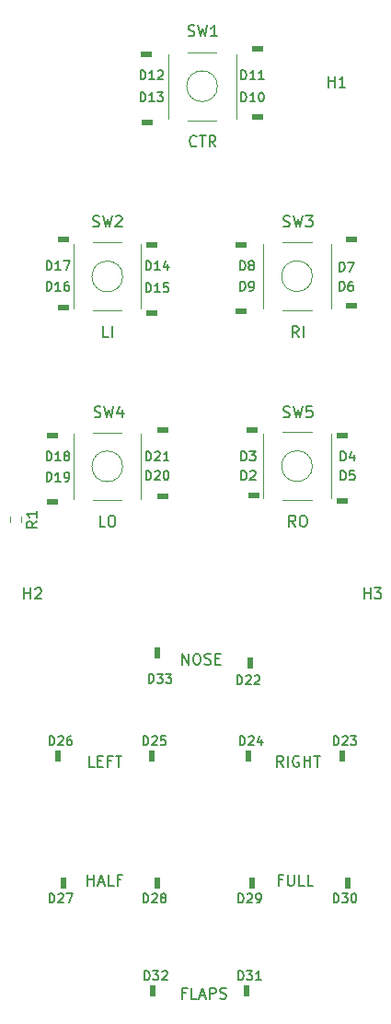
<source format=gbr>
%TF.GenerationSoftware,KiCad,Pcbnew,(5.1.9)-1*%
%TF.CreationDate,2021-09-19T09:11:26-06:00*%
%TF.ProjectId,jett_station_select,6a657474-5f73-4746-9174-696f6e5f7365,rev?*%
%TF.SameCoordinates,Original*%
%TF.FileFunction,Legend,Top*%
%TF.FilePolarity,Positive*%
%FSLAX46Y46*%
G04 Gerber Fmt 4.6, Leading zero omitted, Abs format (unit mm)*
G04 Created by KiCad (PCBNEW (5.1.9)-1) date 2021-09-19 09:11:26*
%MOMM*%
%LPD*%
G01*
G04 APERTURE LIST*
%ADD10C,0.150000*%
%ADD11C,0.120000*%
%ADD12C,0.100000*%
G04 APERTURE END LIST*
D10*
X148907708Y-142898820D02*
X148574375Y-142898820D01*
X148574375Y-143422629D02*
X148574375Y-142422629D01*
X149050565Y-142422629D01*
X149907708Y-143422629D02*
X149431517Y-143422629D01*
X149431517Y-142422629D01*
X150193422Y-143136915D02*
X150669613Y-143136915D01*
X150098184Y-143422629D02*
X150431517Y-142422629D01*
X150764851Y-143422629D01*
X151098184Y-143422629D02*
X151098184Y-142422629D01*
X151479136Y-142422629D01*
X151574375Y-142470249D01*
X151621994Y-142517868D01*
X151669613Y-142613106D01*
X151669613Y-142755963D01*
X151621994Y-142851201D01*
X151574375Y-142898820D01*
X151479136Y-142946439D01*
X151098184Y-142946439D01*
X152050565Y-143375010D02*
X152193422Y-143422629D01*
X152431517Y-143422629D01*
X152526755Y-143375010D01*
X152574375Y-143327391D01*
X152621994Y-143232153D01*
X152621994Y-143136915D01*
X152574375Y-143041677D01*
X152526755Y-142994058D01*
X152431517Y-142946439D01*
X152241041Y-142898820D01*
X152145803Y-142851201D01*
X152098184Y-142803582D01*
X152050565Y-142708344D01*
X152050565Y-142613106D01*
X152098184Y-142517868D01*
X152145803Y-142470249D01*
X152241041Y-142422629D01*
X152479136Y-142422629D01*
X152621994Y-142470249D01*
X157765898Y-132484820D02*
X157432565Y-132484820D01*
X157432565Y-133008629D02*
X157432565Y-132008629D01*
X157908755Y-132008629D01*
X158289708Y-132008629D02*
X158289708Y-132818153D01*
X158337327Y-132913391D01*
X158384946Y-132961010D01*
X158480184Y-133008629D01*
X158670660Y-133008629D01*
X158765898Y-132961010D01*
X158813517Y-132913391D01*
X158861136Y-132818153D01*
X158861136Y-132008629D01*
X159813517Y-133008629D02*
X159337327Y-133008629D01*
X159337327Y-132008629D01*
X160623041Y-133008629D02*
X160146851Y-133008629D01*
X160146851Y-132008629D01*
X139882755Y-133008629D02*
X139882755Y-132008629D01*
X139882755Y-132484820D02*
X140454184Y-132484820D01*
X140454184Y-133008629D02*
X140454184Y-132008629D01*
X140882755Y-132722915D02*
X141358946Y-132722915D01*
X140787517Y-133008629D02*
X141120851Y-132008629D01*
X141454184Y-133008629D01*
X142263708Y-133008629D02*
X141787517Y-133008629D01*
X141787517Y-132008629D01*
X142930375Y-132484820D02*
X142597041Y-132484820D01*
X142597041Y-133008629D02*
X142597041Y-132008629D01*
X143073232Y-132008629D01*
X157877041Y-122086629D02*
X157543708Y-121610439D01*
X157305613Y-122086629D02*
X157305613Y-121086629D01*
X157686565Y-121086629D01*
X157781803Y-121134249D01*
X157829422Y-121181868D01*
X157877041Y-121277106D01*
X157877041Y-121419963D01*
X157829422Y-121515201D01*
X157781803Y-121562820D01*
X157686565Y-121610439D01*
X157305613Y-121610439D01*
X158305613Y-122086629D02*
X158305613Y-121086629D01*
X159305613Y-121134249D02*
X159210375Y-121086629D01*
X159067517Y-121086629D01*
X158924660Y-121134249D01*
X158829422Y-121229487D01*
X158781803Y-121324725D01*
X158734184Y-121515201D01*
X158734184Y-121658058D01*
X158781803Y-121848534D01*
X158829422Y-121943772D01*
X158924660Y-122039010D01*
X159067517Y-122086629D01*
X159162755Y-122086629D01*
X159305613Y-122039010D01*
X159353232Y-121991391D01*
X159353232Y-121658058D01*
X159162755Y-121658058D01*
X159781803Y-122086629D02*
X159781803Y-121086629D01*
X159781803Y-121562820D02*
X160353232Y-121562820D01*
X160353232Y-122086629D02*
X160353232Y-121086629D01*
X160686565Y-121086629D02*
X161257994Y-121086629D01*
X160972279Y-122086629D02*
X160972279Y-121086629D01*
X140477994Y-122086629D02*
X140001803Y-122086629D01*
X140001803Y-121086629D01*
X140811327Y-121562820D02*
X141144660Y-121562820D01*
X141287517Y-122086629D02*
X140811327Y-122086629D01*
X140811327Y-121086629D01*
X141287517Y-121086629D01*
X142049422Y-121562820D02*
X141716089Y-121562820D01*
X141716089Y-122086629D02*
X141716089Y-121086629D01*
X142192279Y-121086629D01*
X142430375Y-121086629D02*
X143001803Y-121086629D01*
X142716089Y-122086629D02*
X142716089Y-121086629D01*
X148582279Y-112688629D02*
X148582279Y-111688629D01*
X149153708Y-112688629D01*
X149153708Y-111688629D01*
X149820375Y-111688629D02*
X150010851Y-111688629D01*
X150106089Y-111736249D01*
X150201327Y-111831487D01*
X150248946Y-112021963D01*
X150248946Y-112355296D01*
X150201327Y-112545772D01*
X150106089Y-112641010D01*
X150010851Y-112688629D01*
X149820375Y-112688629D01*
X149725136Y-112641010D01*
X149629898Y-112545772D01*
X149582279Y-112355296D01*
X149582279Y-112021963D01*
X149629898Y-111831487D01*
X149725136Y-111736249D01*
X149820375Y-111688629D01*
X150629898Y-112641010D02*
X150772755Y-112688629D01*
X151010851Y-112688629D01*
X151106089Y-112641010D01*
X151153708Y-112593391D01*
X151201327Y-112498153D01*
X151201327Y-112402915D01*
X151153708Y-112307677D01*
X151106089Y-112260058D01*
X151010851Y-112212439D01*
X150820375Y-112164820D01*
X150725136Y-112117201D01*
X150677517Y-112069582D01*
X150629898Y-111974344D01*
X150629898Y-111879106D01*
X150677517Y-111783868D01*
X150725136Y-111736249D01*
X150820375Y-111688629D01*
X151058470Y-111688629D01*
X151201327Y-111736249D01*
X151629898Y-112164820D02*
X151963232Y-112164820D01*
X152106089Y-112688629D02*
X151629898Y-112688629D01*
X151629898Y-111688629D01*
X152106089Y-111688629D01*
D11*
%TO.C,SW5*%
X160540964Y-94444749D02*
G75*
G03*
X160540964Y-94444749I-1414214J0D01*
G01*
X162246750Y-97414749D02*
X162246750Y-91474749D01*
X156006750Y-97414749D02*
X156006750Y-91474749D01*
X160466750Y-97564749D02*
X157786750Y-97564749D01*
X157786750Y-91324749D02*
X160466750Y-91324749D01*
%TO.C,SW4*%
X143086964Y-94467749D02*
G75*
G03*
X143086964Y-94467749I-1414214J0D01*
G01*
X138552750Y-91497749D02*
X138552750Y-97437749D01*
X144792750Y-91497749D02*
X144792750Y-97437749D01*
X140332750Y-91347749D02*
X143012750Y-91347749D01*
X143012750Y-97587749D02*
X140332750Y-97587749D01*
%TO.C,SW3*%
X160540964Y-76982250D02*
G75*
G03*
X160540964Y-76982250I-1414214J0D01*
G01*
X162246750Y-79952250D02*
X162246750Y-74012250D01*
X156006750Y-79952250D02*
X156006750Y-74012250D01*
X160466750Y-80102250D02*
X157786750Y-80102250D01*
X157786750Y-73862250D02*
X160466750Y-73862250D01*
%TO.C,SW2*%
X143086964Y-77005250D02*
G75*
G03*
X143086964Y-77005250I-1414214J0D01*
G01*
X138552750Y-74035250D02*
X138552750Y-79975250D01*
X144792750Y-74035250D02*
X144792750Y-79975250D01*
X140332750Y-73885250D02*
X143012750Y-73885250D01*
X143012750Y-80125250D02*
X140332750Y-80125250D01*
%TO.C,SW1*%
X151809714Y-59519749D02*
G75*
G03*
X151809714Y-59519749I-1414214J0D01*
G01*
X153515500Y-62489749D02*
X153515500Y-56549749D01*
X147275500Y-62489749D02*
X147275500Y-56549749D01*
X151735500Y-62639749D02*
X149055500Y-62639749D01*
X149055500Y-56399749D02*
X151735500Y-56399749D01*
%TO.C,R1*%
X132716375Y-99583007D02*
X132716375Y-99108491D01*
X133761375Y-99583007D02*
X133761375Y-99108491D01*
D12*
%TO.C,D33*%
G36*
X146510375Y-112109249D02*
G01*
X146010375Y-112109249D01*
X146010375Y-111109249D01*
X146510375Y-111109249D01*
X146510375Y-112109249D01*
G37*
%TO.C,D32*%
G36*
X146129375Y-143224249D02*
G01*
X145629375Y-143224249D01*
X145629375Y-142224249D01*
X146129375Y-142224249D01*
X146129375Y-143224249D01*
G37*
%TO.C,D31*%
G36*
X154765375Y-143224249D02*
G01*
X154265375Y-143224249D01*
X154265375Y-142224249D01*
X154765375Y-142224249D01*
X154765375Y-143224249D01*
G37*
%TO.C,D30*%
G36*
X163528375Y-132302249D02*
G01*
X164028375Y-132302249D01*
X164028375Y-133302249D01*
X163528375Y-133302249D01*
X163528375Y-132302249D01*
G37*
%TO.C,D29*%
G36*
X154765375Y-132302249D02*
G01*
X155265375Y-132302249D01*
X155265375Y-133302249D01*
X154765375Y-133302249D01*
X154765375Y-132302249D01*
G37*
%TO.C,D28*%
G36*
X146002375Y-132302249D02*
G01*
X146502375Y-132302249D01*
X146502375Y-133302249D01*
X146002375Y-133302249D01*
X146002375Y-132302249D01*
G37*
%TO.C,D27*%
G36*
X137366375Y-132302249D02*
G01*
X137866375Y-132302249D01*
X137866375Y-133302249D01*
X137366375Y-133302249D01*
X137366375Y-132302249D01*
G37*
%TO.C,D26*%
G36*
X137366375Y-121634249D02*
G01*
X136866375Y-121634249D01*
X136866375Y-120634249D01*
X137366375Y-120634249D01*
X137366375Y-121634249D01*
G37*
%TO.C,D25*%
G36*
X146002375Y-121634249D02*
G01*
X145502375Y-121634249D01*
X145502375Y-120634249D01*
X146002375Y-120634249D01*
X146002375Y-121634249D01*
G37*
%TO.C,D24*%
G36*
X154892375Y-121634249D02*
G01*
X154392375Y-121634249D01*
X154392375Y-120634249D01*
X154892375Y-120634249D01*
X154892375Y-121634249D01*
G37*
%TO.C,D23*%
G36*
X163528375Y-121634249D02*
G01*
X163028375Y-121634249D01*
X163028375Y-120634249D01*
X163528375Y-120634249D01*
X163528375Y-121634249D01*
G37*
%TO.C,D22*%
G36*
X154568375Y-112076249D02*
G01*
X155068375Y-112076249D01*
X155068375Y-113076249D01*
X154568375Y-113076249D01*
X154568375Y-112076249D01*
G37*
%TO.C,D21*%
G36*
X146256375Y-91408249D02*
G01*
X146256375Y-90908249D01*
X147256375Y-90908249D01*
X147256375Y-91408249D01*
X146256375Y-91408249D01*
G37*
%TO.C,D20*%
G36*
X146256375Y-97504249D02*
G01*
X146256375Y-97004249D01*
X147256375Y-97004249D01*
X147256375Y-97504249D01*
X146256375Y-97504249D01*
G37*
%TO.C,D19*%
G36*
X137112375Y-97504249D02*
G01*
X137112375Y-98004249D01*
X136112375Y-98004249D01*
X136112375Y-97504249D01*
X137112375Y-97504249D01*
G37*
%TO.C,D18*%
G36*
X137112375Y-91408249D02*
G01*
X137112375Y-91908249D01*
X136112375Y-91908249D01*
X136112375Y-91408249D01*
X137112375Y-91408249D01*
G37*
%TO.C,D17*%
G36*
X137112375Y-73882249D02*
G01*
X137112375Y-73382249D01*
X138112375Y-73382249D01*
X138112375Y-73882249D01*
X137112375Y-73882249D01*
G37*
%TO.C,D16*%
G36*
X137112375Y-80105249D02*
G01*
X137112375Y-79605249D01*
X138112375Y-79605249D01*
X138112375Y-80105249D01*
X137112375Y-80105249D01*
G37*
%TO.C,D15*%
G36*
X146256375Y-80105249D02*
G01*
X146256375Y-80605249D01*
X145256375Y-80605249D01*
X145256375Y-80105249D01*
X146256375Y-80105249D01*
G37*
%TO.C,D14*%
G36*
X146256375Y-73882249D02*
G01*
X146256375Y-74382249D01*
X145256375Y-74382249D01*
X145256375Y-73882249D01*
X146256375Y-73882249D01*
G37*
%TO.C,D13*%
G36*
X145875375Y-62579249D02*
G01*
X145875375Y-63079249D01*
X144875375Y-63079249D01*
X144875375Y-62579249D01*
X145875375Y-62579249D01*
G37*
%TO.C,D12*%
G36*
X145748375Y-56356249D02*
G01*
X145748375Y-56856249D01*
X144748375Y-56856249D01*
X144748375Y-56356249D01*
X145748375Y-56356249D01*
G37*
%TO.C,D11*%
G36*
X155019375Y-56356249D02*
G01*
X155019375Y-55856249D01*
X156019375Y-55856249D01*
X156019375Y-56356249D01*
X155019375Y-56356249D01*
G37*
%TO.C,D10*%
G36*
X155019375Y-62579249D02*
G01*
X155019375Y-62079249D01*
X156019375Y-62079249D01*
X156019375Y-62579249D01*
X155019375Y-62579249D01*
G37*
%TO.C,D9*%
G36*
X154511375Y-79978249D02*
G01*
X154511375Y-80478249D01*
X153511375Y-80478249D01*
X153511375Y-79978249D01*
X154511375Y-79978249D01*
G37*
%TO.C,D8*%
G36*
X154511375Y-73882249D02*
G01*
X154511375Y-74382249D01*
X153511375Y-74382249D01*
X153511375Y-73882249D01*
X154511375Y-73882249D01*
G37*
%TO.C,D7*%
G36*
X163655375Y-73882249D02*
G01*
X163655375Y-73382249D01*
X164655375Y-73382249D01*
X164655375Y-73882249D01*
X163655375Y-73882249D01*
G37*
%TO.C,D6*%
G36*
X163655375Y-79978249D02*
G01*
X163655375Y-79478249D01*
X164655375Y-79478249D01*
X164655375Y-79978249D01*
X163655375Y-79978249D01*
G37*
%TO.C,D5*%
G36*
X163782375Y-97377249D02*
G01*
X163782375Y-97877249D01*
X162782375Y-97877249D01*
X162782375Y-97377249D01*
X163782375Y-97377249D01*
G37*
%TO.C,D4*%
G36*
X163782375Y-91408249D02*
G01*
X163782375Y-91908249D01*
X162782375Y-91908249D01*
X162782375Y-91408249D01*
X163782375Y-91408249D01*
G37*
%TO.C,D3*%
G36*
X154511375Y-91408249D02*
G01*
X154511375Y-90908249D01*
X155511375Y-90908249D01*
X155511375Y-91408249D01*
X154511375Y-91408249D01*
G37*
%TO.C,D2*%
G36*
X154638375Y-97377249D02*
G01*
X154638375Y-96877249D01*
X155638375Y-96877249D01*
X155638375Y-97377249D01*
X154638375Y-97377249D01*
G37*
%TO.C,SW5*%
D10*
X157877041Y-89908010D02*
X158019898Y-89955629D01*
X158257994Y-89955629D01*
X158353232Y-89908010D01*
X158400851Y-89860391D01*
X158448470Y-89765153D01*
X158448470Y-89669915D01*
X158400851Y-89574677D01*
X158353232Y-89527058D01*
X158257994Y-89479439D01*
X158067517Y-89431820D01*
X157972279Y-89384201D01*
X157924660Y-89336582D01*
X157877041Y-89241344D01*
X157877041Y-89146106D01*
X157924660Y-89050868D01*
X157972279Y-89003249D01*
X158067517Y-88955629D01*
X158305613Y-88955629D01*
X158448470Y-89003249D01*
X158781803Y-88955629D02*
X159019898Y-89955629D01*
X159210375Y-89241344D01*
X159400851Y-89955629D01*
X159638946Y-88955629D01*
X160496089Y-88955629D02*
X160019898Y-88955629D01*
X159972279Y-89431820D01*
X160019898Y-89384201D01*
X160115136Y-89336582D01*
X160353232Y-89336582D01*
X160448470Y-89384201D01*
X160496089Y-89431820D01*
X160543708Y-89527058D01*
X160543708Y-89765153D01*
X160496089Y-89860391D01*
X160448470Y-89908010D01*
X160353232Y-89955629D01*
X160115136Y-89955629D01*
X160019898Y-89908010D01*
X159972279Y-89860391D01*
X158996089Y-99988629D02*
X158662755Y-99512439D01*
X158424660Y-99988629D02*
X158424660Y-98988629D01*
X158805613Y-98988629D01*
X158900851Y-99036249D01*
X158948470Y-99083868D01*
X158996089Y-99179106D01*
X158996089Y-99321963D01*
X158948470Y-99417201D01*
X158900851Y-99464820D01*
X158805613Y-99512439D01*
X158424660Y-99512439D01*
X159615136Y-98988629D02*
X159805613Y-98988629D01*
X159900851Y-99036249D01*
X159996089Y-99131487D01*
X160043708Y-99321963D01*
X160043708Y-99655296D01*
X159996089Y-99845772D01*
X159900851Y-99941010D01*
X159805613Y-99988629D01*
X159615136Y-99988629D01*
X159519898Y-99941010D01*
X159424660Y-99845772D01*
X159377041Y-99655296D01*
X159377041Y-99321963D01*
X159424660Y-99131487D01*
X159519898Y-99036249D01*
X159615136Y-98988629D01*
%TO.C,SW4*%
X140478041Y-89908010D02*
X140620898Y-89955629D01*
X140858994Y-89955629D01*
X140954232Y-89908010D01*
X141001851Y-89860391D01*
X141049470Y-89765153D01*
X141049470Y-89669915D01*
X141001851Y-89574677D01*
X140954232Y-89527058D01*
X140858994Y-89479439D01*
X140668517Y-89431820D01*
X140573279Y-89384201D01*
X140525660Y-89336582D01*
X140478041Y-89241344D01*
X140478041Y-89146106D01*
X140525660Y-89050868D01*
X140573279Y-89003249D01*
X140668517Y-88955629D01*
X140906613Y-88955629D01*
X141049470Y-89003249D01*
X141382803Y-88955629D02*
X141620898Y-89955629D01*
X141811375Y-89241344D01*
X142001851Y-89955629D01*
X142239946Y-88955629D01*
X143049470Y-89288963D02*
X143049470Y-89955629D01*
X142811375Y-88908010D02*
X142573279Y-89622296D01*
X143192327Y-89622296D01*
X141470089Y-99988629D02*
X140993898Y-99988629D01*
X140993898Y-98988629D01*
X141993898Y-98988629D02*
X142184375Y-98988629D01*
X142279613Y-99036249D01*
X142374851Y-99131487D01*
X142422470Y-99321963D01*
X142422470Y-99655296D01*
X142374851Y-99845772D01*
X142279613Y-99941010D01*
X142184375Y-99988629D01*
X141993898Y-99988629D01*
X141898660Y-99941010D01*
X141803422Y-99845772D01*
X141755803Y-99655296D01*
X141755803Y-99321963D01*
X141803422Y-99131487D01*
X141898660Y-99036249D01*
X141993898Y-98988629D01*
%TO.C,SW3*%
X157877041Y-72382010D02*
X158019898Y-72429629D01*
X158257994Y-72429629D01*
X158353232Y-72382010D01*
X158400851Y-72334391D01*
X158448470Y-72239153D01*
X158448470Y-72143915D01*
X158400851Y-72048677D01*
X158353232Y-72001058D01*
X158257994Y-71953439D01*
X158067517Y-71905820D01*
X157972279Y-71858201D01*
X157924660Y-71810582D01*
X157877041Y-71715344D01*
X157877041Y-71620106D01*
X157924660Y-71524868D01*
X157972279Y-71477249D01*
X158067517Y-71429629D01*
X158305613Y-71429629D01*
X158448470Y-71477249D01*
X158781803Y-71429629D02*
X159019898Y-72429629D01*
X159210375Y-71715344D01*
X159400851Y-72429629D01*
X159638946Y-71429629D01*
X159924660Y-71429629D02*
X160543708Y-71429629D01*
X160210375Y-71810582D01*
X160353232Y-71810582D01*
X160448470Y-71858201D01*
X160496089Y-71905820D01*
X160543708Y-72001058D01*
X160543708Y-72239153D01*
X160496089Y-72334391D01*
X160448470Y-72382010D01*
X160353232Y-72429629D01*
X160067517Y-72429629D01*
X159972279Y-72382010D01*
X159924660Y-72334391D01*
X159281803Y-82589629D02*
X158948470Y-82113439D01*
X158710375Y-82589629D02*
X158710375Y-81589629D01*
X159091327Y-81589629D01*
X159186565Y-81637249D01*
X159234184Y-81684868D01*
X159281803Y-81780106D01*
X159281803Y-81922963D01*
X159234184Y-82018201D01*
X159186565Y-82065820D01*
X159091327Y-82113439D01*
X158710375Y-82113439D01*
X159710375Y-82589629D02*
X159710375Y-81589629D01*
%TO.C,SW2*%
X140351041Y-72382010D02*
X140493898Y-72429629D01*
X140731994Y-72429629D01*
X140827232Y-72382010D01*
X140874851Y-72334391D01*
X140922470Y-72239153D01*
X140922470Y-72143915D01*
X140874851Y-72048677D01*
X140827232Y-72001058D01*
X140731994Y-71953439D01*
X140541517Y-71905820D01*
X140446279Y-71858201D01*
X140398660Y-71810582D01*
X140351041Y-71715344D01*
X140351041Y-71620106D01*
X140398660Y-71524868D01*
X140446279Y-71477249D01*
X140541517Y-71429629D01*
X140779613Y-71429629D01*
X140922470Y-71477249D01*
X141255803Y-71429629D02*
X141493898Y-72429629D01*
X141684375Y-71715344D01*
X141874851Y-72429629D01*
X142112946Y-71429629D01*
X142446279Y-71524868D02*
X142493898Y-71477249D01*
X142589136Y-71429629D01*
X142827232Y-71429629D01*
X142922470Y-71477249D01*
X142970089Y-71524868D01*
X143017708Y-71620106D01*
X143017708Y-71715344D01*
X142970089Y-71858201D01*
X142398660Y-72429629D01*
X143017708Y-72429629D01*
X141755803Y-82589629D02*
X141279613Y-82589629D01*
X141279613Y-81589629D01*
X142089136Y-82589629D02*
X142089136Y-81589629D01*
%TO.C,SW1*%
X149114041Y-54856010D02*
X149256898Y-54903629D01*
X149494994Y-54903629D01*
X149590232Y-54856010D01*
X149637851Y-54808391D01*
X149685470Y-54713153D01*
X149685470Y-54617915D01*
X149637851Y-54522677D01*
X149590232Y-54475058D01*
X149494994Y-54427439D01*
X149304517Y-54379820D01*
X149209279Y-54332201D01*
X149161660Y-54284582D01*
X149114041Y-54189344D01*
X149114041Y-54094106D01*
X149161660Y-53998868D01*
X149209279Y-53951249D01*
X149304517Y-53903629D01*
X149542613Y-53903629D01*
X149685470Y-53951249D01*
X150018803Y-53903629D02*
X150256898Y-54903629D01*
X150447375Y-54189344D01*
X150637851Y-54903629D01*
X150875946Y-53903629D01*
X151780708Y-54903629D02*
X151209279Y-54903629D01*
X151494994Y-54903629D02*
X151494994Y-53903629D01*
X151399755Y-54046487D01*
X151304517Y-54141725D01*
X151209279Y-54189344D01*
X149875946Y-64968391D02*
X149828327Y-65016010D01*
X149685470Y-65063629D01*
X149590232Y-65063629D01*
X149447375Y-65016010D01*
X149352136Y-64920772D01*
X149304517Y-64825534D01*
X149256898Y-64635058D01*
X149256898Y-64492201D01*
X149304517Y-64301725D01*
X149352136Y-64206487D01*
X149447375Y-64111249D01*
X149590232Y-64063629D01*
X149685470Y-64063629D01*
X149828327Y-64111249D01*
X149875946Y-64158868D01*
X150161660Y-64063629D02*
X150733089Y-64063629D01*
X150447375Y-65063629D02*
X150447375Y-64063629D01*
X151637851Y-65063629D02*
X151304517Y-64587439D01*
X151066422Y-65063629D02*
X151066422Y-64063629D01*
X151447375Y-64063629D01*
X151542613Y-64111249D01*
X151590232Y-64158868D01*
X151637851Y-64254106D01*
X151637851Y-64396963D01*
X151590232Y-64492201D01*
X151542613Y-64539820D01*
X151447375Y-64587439D01*
X151066422Y-64587439D01*
%TO.C,R1*%
X135215255Y-99512415D02*
X134739065Y-99845749D01*
X135215255Y-100083844D02*
X134215255Y-100083844D01*
X134215255Y-99702891D01*
X134262875Y-99607653D01*
X134310494Y-99560034D01*
X134405732Y-99512415D01*
X134548589Y-99512415D01*
X134643827Y-99560034D01*
X134691446Y-99607653D01*
X134739065Y-99702891D01*
X134739065Y-100083844D01*
X135215255Y-98560034D02*
X135215255Y-99131463D01*
X135215255Y-98845749D02*
X134215255Y-98845749D01*
X134358113Y-98940987D01*
X134453351Y-99036225D01*
X134500970Y-99131463D01*
%TO.C,H3*%
X165306470Y-106648629D02*
X165306470Y-105648629D01*
X165306470Y-106124820D02*
X165877898Y-106124820D01*
X165877898Y-106648629D02*
X165877898Y-105648629D01*
X166258851Y-105648629D02*
X166877898Y-105648629D01*
X166544565Y-106029582D01*
X166687422Y-106029582D01*
X166782660Y-106077201D01*
X166830279Y-106124820D01*
X166877898Y-106220058D01*
X166877898Y-106458153D01*
X166830279Y-106553391D01*
X166782660Y-106601010D01*
X166687422Y-106648629D01*
X166401708Y-106648629D01*
X166306470Y-106601010D01*
X166258851Y-106553391D01*
%TO.C,H2*%
X134032720Y-106648629D02*
X134032720Y-105648629D01*
X134032720Y-106124820D02*
X134604148Y-106124820D01*
X134604148Y-106648629D02*
X134604148Y-105648629D01*
X135032720Y-105743868D02*
X135080339Y-105696249D01*
X135175577Y-105648629D01*
X135413672Y-105648629D01*
X135508910Y-105696249D01*
X135556529Y-105743868D01*
X135604148Y-105839106D01*
X135604148Y-105934344D01*
X135556529Y-106077201D01*
X134985101Y-106648629D01*
X135604148Y-106648629D01*
%TO.C,H1*%
X162004470Y-59602629D02*
X162004470Y-58602629D01*
X162004470Y-59078820D02*
X162575898Y-59078820D01*
X162575898Y-59602629D02*
X162575898Y-58602629D01*
X163575898Y-59602629D02*
X163004470Y-59602629D01*
X163290184Y-59602629D02*
X163290184Y-58602629D01*
X163194946Y-58745487D01*
X163099708Y-58840725D01*
X163004470Y-58888344D01*
%TO.C,D33*%
X145478232Y-114398772D02*
X145478232Y-113548772D01*
X145680613Y-113548772D01*
X145802041Y-113589249D01*
X145882994Y-113670201D01*
X145923470Y-113751153D01*
X145963946Y-113913058D01*
X145963946Y-114034487D01*
X145923470Y-114196391D01*
X145882994Y-114277344D01*
X145802041Y-114358296D01*
X145680613Y-114398772D01*
X145478232Y-114398772D01*
X146247279Y-113548772D02*
X146773470Y-113548772D01*
X146490136Y-113872582D01*
X146611565Y-113872582D01*
X146692517Y-113913058D01*
X146732994Y-113953534D01*
X146773470Y-114034487D01*
X146773470Y-114236868D01*
X146732994Y-114317820D01*
X146692517Y-114358296D01*
X146611565Y-114398772D01*
X146368708Y-114398772D01*
X146287755Y-114358296D01*
X146247279Y-114317820D01*
X147056803Y-113548772D02*
X147582994Y-113548772D01*
X147299660Y-113872582D01*
X147421089Y-113872582D01*
X147502041Y-113913058D01*
X147542517Y-113953534D01*
X147582994Y-114034487D01*
X147582994Y-114236868D01*
X147542517Y-114317820D01*
X147502041Y-114358296D01*
X147421089Y-114398772D01*
X147178232Y-114398772D01*
X147097279Y-114358296D01*
X147056803Y-114317820D01*
%TO.C,D32*%
X145097232Y-141703772D02*
X145097232Y-140853772D01*
X145299613Y-140853772D01*
X145421041Y-140894249D01*
X145501994Y-140975201D01*
X145542470Y-141056153D01*
X145582946Y-141218058D01*
X145582946Y-141339487D01*
X145542470Y-141501391D01*
X145501994Y-141582344D01*
X145421041Y-141663296D01*
X145299613Y-141703772D01*
X145097232Y-141703772D01*
X145866279Y-140853772D02*
X146392470Y-140853772D01*
X146109136Y-141177582D01*
X146230565Y-141177582D01*
X146311517Y-141218058D01*
X146351994Y-141258534D01*
X146392470Y-141339487D01*
X146392470Y-141541868D01*
X146351994Y-141622820D01*
X146311517Y-141663296D01*
X146230565Y-141703772D01*
X145987708Y-141703772D01*
X145906755Y-141663296D01*
X145866279Y-141622820D01*
X146716279Y-140934725D02*
X146756755Y-140894249D01*
X146837708Y-140853772D01*
X147040089Y-140853772D01*
X147121041Y-140894249D01*
X147161517Y-140934725D01*
X147201994Y-141015677D01*
X147201994Y-141096629D01*
X147161517Y-141218058D01*
X146675803Y-141703772D01*
X147201994Y-141703772D01*
%TO.C,D31*%
X153733232Y-141703772D02*
X153733232Y-140853772D01*
X153935613Y-140853772D01*
X154057041Y-140894249D01*
X154137994Y-140975201D01*
X154178470Y-141056153D01*
X154218946Y-141218058D01*
X154218946Y-141339487D01*
X154178470Y-141501391D01*
X154137994Y-141582344D01*
X154057041Y-141663296D01*
X153935613Y-141703772D01*
X153733232Y-141703772D01*
X154502279Y-140853772D02*
X155028470Y-140853772D01*
X154745136Y-141177582D01*
X154866565Y-141177582D01*
X154947517Y-141218058D01*
X154987994Y-141258534D01*
X155028470Y-141339487D01*
X155028470Y-141541868D01*
X154987994Y-141622820D01*
X154947517Y-141663296D01*
X154866565Y-141703772D01*
X154623708Y-141703772D01*
X154542755Y-141663296D01*
X154502279Y-141622820D01*
X155837994Y-141703772D02*
X155352279Y-141703772D01*
X155595136Y-141703772D02*
X155595136Y-140853772D01*
X155514184Y-140975201D01*
X155433232Y-141056153D01*
X155352279Y-141096629D01*
%TO.C,D30*%
X162496232Y-134591772D02*
X162496232Y-133741772D01*
X162698613Y-133741772D01*
X162820041Y-133782249D01*
X162900994Y-133863201D01*
X162941470Y-133944153D01*
X162981946Y-134106058D01*
X162981946Y-134227487D01*
X162941470Y-134389391D01*
X162900994Y-134470344D01*
X162820041Y-134551296D01*
X162698613Y-134591772D01*
X162496232Y-134591772D01*
X163265279Y-133741772D02*
X163791470Y-133741772D01*
X163508136Y-134065582D01*
X163629565Y-134065582D01*
X163710517Y-134106058D01*
X163750994Y-134146534D01*
X163791470Y-134227487D01*
X163791470Y-134429868D01*
X163750994Y-134510820D01*
X163710517Y-134551296D01*
X163629565Y-134591772D01*
X163386708Y-134591772D01*
X163305755Y-134551296D01*
X163265279Y-134510820D01*
X164317660Y-133741772D02*
X164398613Y-133741772D01*
X164479565Y-133782249D01*
X164520041Y-133822725D01*
X164560517Y-133903677D01*
X164600994Y-134065582D01*
X164600994Y-134267963D01*
X164560517Y-134429868D01*
X164520041Y-134510820D01*
X164479565Y-134551296D01*
X164398613Y-134591772D01*
X164317660Y-134591772D01*
X164236708Y-134551296D01*
X164196232Y-134510820D01*
X164155755Y-134429868D01*
X164115279Y-134267963D01*
X164115279Y-134065582D01*
X164155755Y-133903677D01*
X164196232Y-133822725D01*
X164236708Y-133782249D01*
X164317660Y-133741772D01*
%TO.C,D29*%
X153733232Y-134591772D02*
X153733232Y-133741772D01*
X153935613Y-133741772D01*
X154057041Y-133782249D01*
X154137994Y-133863201D01*
X154178470Y-133944153D01*
X154218946Y-134106058D01*
X154218946Y-134227487D01*
X154178470Y-134389391D01*
X154137994Y-134470344D01*
X154057041Y-134551296D01*
X153935613Y-134591772D01*
X153733232Y-134591772D01*
X154542755Y-133822725D02*
X154583232Y-133782249D01*
X154664184Y-133741772D01*
X154866565Y-133741772D01*
X154947517Y-133782249D01*
X154987994Y-133822725D01*
X155028470Y-133903677D01*
X155028470Y-133984629D01*
X154987994Y-134106058D01*
X154502279Y-134591772D01*
X155028470Y-134591772D01*
X155433232Y-134591772D02*
X155595136Y-134591772D01*
X155676089Y-134551296D01*
X155716565Y-134510820D01*
X155797517Y-134389391D01*
X155837994Y-134227487D01*
X155837994Y-133903677D01*
X155797517Y-133822725D01*
X155757041Y-133782249D01*
X155676089Y-133741772D01*
X155514184Y-133741772D01*
X155433232Y-133782249D01*
X155392755Y-133822725D01*
X155352279Y-133903677D01*
X155352279Y-134106058D01*
X155392755Y-134187010D01*
X155433232Y-134227487D01*
X155514184Y-134267963D01*
X155676089Y-134267963D01*
X155757041Y-134227487D01*
X155797517Y-134187010D01*
X155837994Y-134106058D01*
%TO.C,D28*%
X144970232Y-134591772D02*
X144970232Y-133741772D01*
X145172613Y-133741772D01*
X145294041Y-133782249D01*
X145374994Y-133863201D01*
X145415470Y-133944153D01*
X145455946Y-134106058D01*
X145455946Y-134227487D01*
X145415470Y-134389391D01*
X145374994Y-134470344D01*
X145294041Y-134551296D01*
X145172613Y-134591772D01*
X144970232Y-134591772D01*
X145779755Y-133822725D02*
X145820232Y-133782249D01*
X145901184Y-133741772D01*
X146103565Y-133741772D01*
X146184517Y-133782249D01*
X146224994Y-133822725D01*
X146265470Y-133903677D01*
X146265470Y-133984629D01*
X146224994Y-134106058D01*
X145739279Y-134591772D01*
X146265470Y-134591772D01*
X146751184Y-134106058D02*
X146670232Y-134065582D01*
X146629755Y-134025106D01*
X146589279Y-133944153D01*
X146589279Y-133903677D01*
X146629755Y-133822725D01*
X146670232Y-133782249D01*
X146751184Y-133741772D01*
X146913089Y-133741772D01*
X146994041Y-133782249D01*
X147034517Y-133822725D01*
X147074994Y-133903677D01*
X147074994Y-133944153D01*
X147034517Y-134025106D01*
X146994041Y-134065582D01*
X146913089Y-134106058D01*
X146751184Y-134106058D01*
X146670232Y-134146534D01*
X146629755Y-134187010D01*
X146589279Y-134267963D01*
X146589279Y-134429868D01*
X146629755Y-134510820D01*
X146670232Y-134551296D01*
X146751184Y-134591772D01*
X146913089Y-134591772D01*
X146994041Y-134551296D01*
X147034517Y-134510820D01*
X147074994Y-134429868D01*
X147074994Y-134267963D01*
X147034517Y-134187010D01*
X146994041Y-134146534D01*
X146913089Y-134106058D01*
%TO.C,D27*%
X136334232Y-134591772D02*
X136334232Y-133741772D01*
X136536613Y-133741772D01*
X136658041Y-133782249D01*
X136738994Y-133863201D01*
X136779470Y-133944153D01*
X136819946Y-134106058D01*
X136819946Y-134227487D01*
X136779470Y-134389391D01*
X136738994Y-134470344D01*
X136658041Y-134551296D01*
X136536613Y-134591772D01*
X136334232Y-134591772D01*
X137143755Y-133822725D02*
X137184232Y-133782249D01*
X137265184Y-133741772D01*
X137467565Y-133741772D01*
X137548517Y-133782249D01*
X137588994Y-133822725D01*
X137629470Y-133903677D01*
X137629470Y-133984629D01*
X137588994Y-134106058D01*
X137103279Y-134591772D01*
X137629470Y-134591772D01*
X137912803Y-133741772D02*
X138479470Y-133741772D01*
X138115184Y-134591772D01*
%TO.C,D26*%
X136334232Y-120113772D02*
X136334232Y-119263772D01*
X136536613Y-119263772D01*
X136658041Y-119304249D01*
X136738994Y-119385201D01*
X136779470Y-119466153D01*
X136819946Y-119628058D01*
X136819946Y-119749487D01*
X136779470Y-119911391D01*
X136738994Y-119992344D01*
X136658041Y-120073296D01*
X136536613Y-120113772D01*
X136334232Y-120113772D01*
X137143755Y-119344725D02*
X137184232Y-119304249D01*
X137265184Y-119263772D01*
X137467565Y-119263772D01*
X137548517Y-119304249D01*
X137588994Y-119344725D01*
X137629470Y-119425677D01*
X137629470Y-119506629D01*
X137588994Y-119628058D01*
X137103279Y-120113772D01*
X137629470Y-120113772D01*
X138358041Y-119263772D02*
X138196136Y-119263772D01*
X138115184Y-119304249D01*
X138074708Y-119344725D01*
X137993755Y-119466153D01*
X137953279Y-119628058D01*
X137953279Y-119951868D01*
X137993755Y-120032820D01*
X138034232Y-120073296D01*
X138115184Y-120113772D01*
X138277089Y-120113772D01*
X138358041Y-120073296D01*
X138398517Y-120032820D01*
X138438994Y-119951868D01*
X138438994Y-119749487D01*
X138398517Y-119668534D01*
X138358041Y-119628058D01*
X138277089Y-119587582D01*
X138115184Y-119587582D01*
X138034232Y-119628058D01*
X137993755Y-119668534D01*
X137953279Y-119749487D01*
%TO.C,D25*%
X144970232Y-120113772D02*
X144970232Y-119263772D01*
X145172613Y-119263772D01*
X145294041Y-119304249D01*
X145374994Y-119385201D01*
X145415470Y-119466153D01*
X145455946Y-119628058D01*
X145455946Y-119749487D01*
X145415470Y-119911391D01*
X145374994Y-119992344D01*
X145294041Y-120073296D01*
X145172613Y-120113772D01*
X144970232Y-120113772D01*
X145779755Y-119344725D02*
X145820232Y-119304249D01*
X145901184Y-119263772D01*
X146103565Y-119263772D01*
X146184517Y-119304249D01*
X146224994Y-119344725D01*
X146265470Y-119425677D01*
X146265470Y-119506629D01*
X146224994Y-119628058D01*
X145739279Y-120113772D01*
X146265470Y-120113772D01*
X147034517Y-119263772D02*
X146629755Y-119263772D01*
X146589279Y-119668534D01*
X146629755Y-119628058D01*
X146710708Y-119587582D01*
X146913089Y-119587582D01*
X146994041Y-119628058D01*
X147034517Y-119668534D01*
X147074994Y-119749487D01*
X147074994Y-119951868D01*
X147034517Y-120032820D01*
X146994041Y-120073296D01*
X146913089Y-120113772D01*
X146710708Y-120113772D01*
X146629755Y-120073296D01*
X146589279Y-120032820D01*
%TO.C,D24*%
X153860232Y-120113772D02*
X153860232Y-119263772D01*
X154062613Y-119263772D01*
X154184041Y-119304249D01*
X154264994Y-119385201D01*
X154305470Y-119466153D01*
X154345946Y-119628058D01*
X154345946Y-119749487D01*
X154305470Y-119911391D01*
X154264994Y-119992344D01*
X154184041Y-120073296D01*
X154062613Y-120113772D01*
X153860232Y-120113772D01*
X154669755Y-119344725D02*
X154710232Y-119304249D01*
X154791184Y-119263772D01*
X154993565Y-119263772D01*
X155074517Y-119304249D01*
X155114994Y-119344725D01*
X155155470Y-119425677D01*
X155155470Y-119506629D01*
X155114994Y-119628058D01*
X154629279Y-120113772D01*
X155155470Y-120113772D01*
X155884041Y-119547106D02*
X155884041Y-120113772D01*
X155681660Y-119223296D02*
X155479279Y-119830439D01*
X156005470Y-119830439D01*
%TO.C,D23*%
X162496232Y-120113772D02*
X162496232Y-119263772D01*
X162698613Y-119263772D01*
X162820041Y-119304249D01*
X162900994Y-119385201D01*
X162941470Y-119466153D01*
X162981946Y-119628058D01*
X162981946Y-119749487D01*
X162941470Y-119911391D01*
X162900994Y-119992344D01*
X162820041Y-120073296D01*
X162698613Y-120113772D01*
X162496232Y-120113772D01*
X163305755Y-119344725D02*
X163346232Y-119304249D01*
X163427184Y-119263772D01*
X163629565Y-119263772D01*
X163710517Y-119304249D01*
X163750994Y-119344725D01*
X163791470Y-119425677D01*
X163791470Y-119506629D01*
X163750994Y-119628058D01*
X163265279Y-120113772D01*
X163791470Y-120113772D01*
X164074803Y-119263772D02*
X164600994Y-119263772D01*
X164317660Y-119587582D01*
X164439089Y-119587582D01*
X164520041Y-119628058D01*
X164560517Y-119668534D01*
X164600994Y-119749487D01*
X164600994Y-119951868D01*
X164560517Y-120032820D01*
X164520041Y-120073296D01*
X164439089Y-120113772D01*
X164196232Y-120113772D01*
X164115279Y-120073296D01*
X164074803Y-120032820D01*
%TO.C,D22*%
X153606232Y-114525772D02*
X153606232Y-113675772D01*
X153808613Y-113675772D01*
X153930041Y-113716249D01*
X154010994Y-113797201D01*
X154051470Y-113878153D01*
X154091946Y-114040058D01*
X154091946Y-114161487D01*
X154051470Y-114323391D01*
X154010994Y-114404344D01*
X153930041Y-114485296D01*
X153808613Y-114525772D01*
X153606232Y-114525772D01*
X154415755Y-113756725D02*
X154456232Y-113716249D01*
X154537184Y-113675772D01*
X154739565Y-113675772D01*
X154820517Y-113716249D01*
X154860994Y-113756725D01*
X154901470Y-113837677D01*
X154901470Y-113918629D01*
X154860994Y-114040058D01*
X154375279Y-114525772D01*
X154901470Y-114525772D01*
X155225279Y-113756725D02*
X155265755Y-113716249D01*
X155346708Y-113675772D01*
X155549089Y-113675772D01*
X155630041Y-113716249D01*
X155670517Y-113756725D01*
X155710994Y-113837677D01*
X155710994Y-113918629D01*
X155670517Y-114040058D01*
X155184803Y-114525772D01*
X155710994Y-114525772D01*
%TO.C,D21*%
X145224232Y-93951772D02*
X145224232Y-93101772D01*
X145426613Y-93101772D01*
X145548041Y-93142249D01*
X145628994Y-93223201D01*
X145669470Y-93304153D01*
X145709946Y-93466058D01*
X145709946Y-93587487D01*
X145669470Y-93749391D01*
X145628994Y-93830344D01*
X145548041Y-93911296D01*
X145426613Y-93951772D01*
X145224232Y-93951772D01*
X146033755Y-93182725D02*
X146074232Y-93142249D01*
X146155184Y-93101772D01*
X146357565Y-93101772D01*
X146438517Y-93142249D01*
X146478994Y-93182725D01*
X146519470Y-93263677D01*
X146519470Y-93344629D01*
X146478994Y-93466058D01*
X145993279Y-93951772D01*
X146519470Y-93951772D01*
X147328994Y-93951772D02*
X146843279Y-93951772D01*
X147086136Y-93951772D02*
X147086136Y-93101772D01*
X147005184Y-93223201D01*
X146924232Y-93304153D01*
X146843279Y-93344629D01*
%TO.C,D20*%
X145224232Y-95729772D02*
X145224232Y-94879772D01*
X145426613Y-94879772D01*
X145548041Y-94920249D01*
X145628994Y-95001201D01*
X145669470Y-95082153D01*
X145709946Y-95244058D01*
X145709946Y-95365487D01*
X145669470Y-95527391D01*
X145628994Y-95608344D01*
X145548041Y-95689296D01*
X145426613Y-95729772D01*
X145224232Y-95729772D01*
X146033755Y-94960725D02*
X146074232Y-94920249D01*
X146155184Y-94879772D01*
X146357565Y-94879772D01*
X146438517Y-94920249D01*
X146478994Y-94960725D01*
X146519470Y-95041677D01*
X146519470Y-95122629D01*
X146478994Y-95244058D01*
X145993279Y-95729772D01*
X146519470Y-95729772D01*
X147045660Y-94879772D02*
X147126613Y-94879772D01*
X147207565Y-94920249D01*
X147248041Y-94960725D01*
X147288517Y-95041677D01*
X147328994Y-95203582D01*
X147328994Y-95405963D01*
X147288517Y-95567868D01*
X147248041Y-95648820D01*
X147207565Y-95689296D01*
X147126613Y-95729772D01*
X147045660Y-95729772D01*
X146964708Y-95689296D01*
X146924232Y-95648820D01*
X146883755Y-95567868D01*
X146843279Y-95405963D01*
X146843279Y-95203582D01*
X146883755Y-95041677D01*
X146924232Y-94960725D01*
X146964708Y-94920249D01*
X147045660Y-94879772D01*
%TO.C,D19*%
X136080232Y-95856772D02*
X136080232Y-95006772D01*
X136282613Y-95006772D01*
X136404041Y-95047249D01*
X136484994Y-95128201D01*
X136525470Y-95209153D01*
X136565946Y-95371058D01*
X136565946Y-95492487D01*
X136525470Y-95654391D01*
X136484994Y-95735344D01*
X136404041Y-95816296D01*
X136282613Y-95856772D01*
X136080232Y-95856772D01*
X137375470Y-95856772D02*
X136889755Y-95856772D01*
X137132613Y-95856772D02*
X137132613Y-95006772D01*
X137051660Y-95128201D01*
X136970708Y-95209153D01*
X136889755Y-95249629D01*
X137780232Y-95856772D02*
X137942136Y-95856772D01*
X138023089Y-95816296D01*
X138063565Y-95775820D01*
X138144517Y-95654391D01*
X138184994Y-95492487D01*
X138184994Y-95168677D01*
X138144517Y-95087725D01*
X138104041Y-95047249D01*
X138023089Y-95006772D01*
X137861184Y-95006772D01*
X137780232Y-95047249D01*
X137739755Y-95087725D01*
X137699279Y-95168677D01*
X137699279Y-95371058D01*
X137739755Y-95452010D01*
X137780232Y-95492487D01*
X137861184Y-95532963D01*
X138023089Y-95532963D01*
X138104041Y-95492487D01*
X138144517Y-95452010D01*
X138184994Y-95371058D01*
%TO.C,D18*%
X136080232Y-93951772D02*
X136080232Y-93101772D01*
X136282613Y-93101772D01*
X136404041Y-93142249D01*
X136484994Y-93223201D01*
X136525470Y-93304153D01*
X136565946Y-93466058D01*
X136565946Y-93587487D01*
X136525470Y-93749391D01*
X136484994Y-93830344D01*
X136404041Y-93911296D01*
X136282613Y-93951772D01*
X136080232Y-93951772D01*
X137375470Y-93951772D02*
X136889755Y-93951772D01*
X137132613Y-93951772D02*
X137132613Y-93101772D01*
X137051660Y-93223201D01*
X136970708Y-93304153D01*
X136889755Y-93344629D01*
X137861184Y-93466058D02*
X137780232Y-93425582D01*
X137739755Y-93385106D01*
X137699279Y-93304153D01*
X137699279Y-93263677D01*
X137739755Y-93182725D01*
X137780232Y-93142249D01*
X137861184Y-93101772D01*
X138023089Y-93101772D01*
X138104041Y-93142249D01*
X138144517Y-93182725D01*
X138184994Y-93263677D01*
X138184994Y-93304153D01*
X138144517Y-93385106D01*
X138104041Y-93425582D01*
X138023089Y-93466058D01*
X137861184Y-93466058D01*
X137780232Y-93506534D01*
X137739755Y-93547010D01*
X137699279Y-93627963D01*
X137699279Y-93789868D01*
X137739755Y-93870820D01*
X137780232Y-93911296D01*
X137861184Y-93951772D01*
X138023089Y-93951772D01*
X138104041Y-93911296D01*
X138144517Y-93870820D01*
X138184994Y-93789868D01*
X138184994Y-93627963D01*
X138144517Y-93547010D01*
X138104041Y-93506534D01*
X138023089Y-93466058D01*
%TO.C,D17*%
X136080232Y-76425772D02*
X136080232Y-75575772D01*
X136282613Y-75575772D01*
X136404041Y-75616249D01*
X136484994Y-75697201D01*
X136525470Y-75778153D01*
X136565946Y-75940058D01*
X136565946Y-76061487D01*
X136525470Y-76223391D01*
X136484994Y-76304344D01*
X136404041Y-76385296D01*
X136282613Y-76425772D01*
X136080232Y-76425772D01*
X137375470Y-76425772D02*
X136889755Y-76425772D01*
X137132613Y-76425772D02*
X137132613Y-75575772D01*
X137051660Y-75697201D01*
X136970708Y-75778153D01*
X136889755Y-75818629D01*
X137658803Y-75575772D02*
X138225470Y-75575772D01*
X137861184Y-76425772D01*
%TO.C,D16*%
X136080232Y-78330772D02*
X136080232Y-77480772D01*
X136282613Y-77480772D01*
X136404041Y-77521249D01*
X136484994Y-77602201D01*
X136525470Y-77683153D01*
X136565946Y-77845058D01*
X136565946Y-77966487D01*
X136525470Y-78128391D01*
X136484994Y-78209344D01*
X136404041Y-78290296D01*
X136282613Y-78330772D01*
X136080232Y-78330772D01*
X137375470Y-78330772D02*
X136889755Y-78330772D01*
X137132613Y-78330772D02*
X137132613Y-77480772D01*
X137051660Y-77602201D01*
X136970708Y-77683153D01*
X136889755Y-77723629D01*
X138104041Y-77480772D02*
X137942136Y-77480772D01*
X137861184Y-77521249D01*
X137820708Y-77561725D01*
X137739755Y-77683153D01*
X137699279Y-77845058D01*
X137699279Y-78168868D01*
X137739755Y-78249820D01*
X137780232Y-78290296D01*
X137861184Y-78330772D01*
X138023089Y-78330772D01*
X138104041Y-78290296D01*
X138144517Y-78249820D01*
X138184994Y-78168868D01*
X138184994Y-77966487D01*
X138144517Y-77885534D01*
X138104041Y-77845058D01*
X138023089Y-77804582D01*
X137861184Y-77804582D01*
X137780232Y-77845058D01*
X137739755Y-77885534D01*
X137699279Y-77966487D01*
%TO.C,D15*%
X145224232Y-78457772D02*
X145224232Y-77607772D01*
X145426613Y-77607772D01*
X145548041Y-77648249D01*
X145628994Y-77729201D01*
X145669470Y-77810153D01*
X145709946Y-77972058D01*
X145709946Y-78093487D01*
X145669470Y-78255391D01*
X145628994Y-78336344D01*
X145548041Y-78417296D01*
X145426613Y-78457772D01*
X145224232Y-78457772D01*
X146519470Y-78457772D02*
X146033755Y-78457772D01*
X146276613Y-78457772D02*
X146276613Y-77607772D01*
X146195660Y-77729201D01*
X146114708Y-77810153D01*
X146033755Y-77850629D01*
X147288517Y-77607772D02*
X146883755Y-77607772D01*
X146843279Y-78012534D01*
X146883755Y-77972058D01*
X146964708Y-77931582D01*
X147167089Y-77931582D01*
X147248041Y-77972058D01*
X147288517Y-78012534D01*
X147328994Y-78093487D01*
X147328994Y-78295868D01*
X147288517Y-78376820D01*
X147248041Y-78417296D01*
X147167089Y-78457772D01*
X146964708Y-78457772D01*
X146883755Y-78417296D01*
X146843279Y-78376820D01*
%TO.C,D14*%
X145224232Y-76425772D02*
X145224232Y-75575772D01*
X145426613Y-75575772D01*
X145548041Y-75616249D01*
X145628994Y-75697201D01*
X145669470Y-75778153D01*
X145709946Y-75940058D01*
X145709946Y-76061487D01*
X145669470Y-76223391D01*
X145628994Y-76304344D01*
X145548041Y-76385296D01*
X145426613Y-76425772D01*
X145224232Y-76425772D01*
X146519470Y-76425772D02*
X146033755Y-76425772D01*
X146276613Y-76425772D02*
X146276613Y-75575772D01*
X146195660Y-75697201D01*
X146114708Y-75778153D01*
X146033755Y-75818629D01*
X147248041Y-75859106D02*
X147248041Y-76425772D01*
X147045660Y-75535296D02*
X146843279Y-76142439D01*
X147369470Y-76142439D01*
%TO.C,D13*%
X144716232Y-60931772D02*
X144716232Y-60081772D01*
X144918613Y-60081772D01*
X145040041Y-60122249D01*
X145120994Y-60203201D01*
X145161470Y-60284153D01*
X145201946Y-60446058D01*
X145201946Y-60567487D01*
X145161470Y-60729391D01*
X145120994Y-60810344D01*
X145040041Y-60891296D01*
X144918613Y-60931772D01*
X144716232Y-60931772D01*
X146011470Y-60931772D02*
X145525755Y-60931772D01*
X145768613Y-60931772D02*
X145768613Y-60081772D01*
X145687660Y-60203201D01*
X145606708Y-60284153D01*
X145525755Y-60324629D01*
X146294803Y-60081772D02*
X146820994Y-60081772D01*
X146537660Y-60405582D01*
X146659089Y-60405582D01*
X146740041Y-60446058D01*
X146780517Y-60486534D01*
X146820994Y-60567487D01*
X146820994Y-60769868D01*
X146780517Y-60850820D01*
X146740041Y-60891296D01*
X146659089Y-60931772D01*
X146416232Y-60931772D01*
X146335279Y-60891296D01*
X146294803Y-60850820D01*
%TO.C,D12*%
X144716232Y-58899772D02*
X144716232Y-58049772D01*
X144918613Y-58049772D01*
X145040041Y-58090249D01*
X145120994Y-58171201D01*
X145161470Y-58252153D01*
X145201946Y-58414058D01*
X145201946Y-58535487D01*
X145161470Y-58697391D01*
X145120994Y-58778344D01*
X145040041Y-58859296D01*
X144918613Y-58899772D01*
X144716232Y-58899772D01*
X146011470Y-58899772D02*
X145525755Y-58899772D01*
X145768613Y-58899772D02*
X145768613Y-58049772D01*
X145687660Y-58171201D01*
X145606708Y-58252153D01*
X145525755Y-58292629D01*
X146335279Y-58130725D02*
X146375755Y-58090249D01*
X146456708Y-58049772D01*
X146659089Y-58049772D01*
X146740041Y-58090249D01*
X146780517Y-58130725D01*
X146820994Y-58211677D01*
X146820994Y-58292629D01*
X146780517Y-58414058D01*
X146294803Y-58899772D01*
X146820994Y-58899772D01*
%TO.C,D11*%
X153987232Y-58899772D02*
X153987232Y-58049772D01*
X154189613Y-58049772D01*
X154311041Y-58090249D01*
X154391994Y-58171201D01*
X154432470Y-58252153D01*
X154472946Y-58414058D01*
X154472946Y-58535487D01*
X154432470Y-58697391D01*
X154391994Y-58778344D01*
X154311041Y-58859296D01*
X154189613Y-58899772D01*
X153987232Y-58899772D01*
X155282470Y-58899772D02*
X154796755Y-58899772D01*
X155039613Y-58899772D02*
X155039613Y-58049772D01*
X154958660Y-58171201D01*
X154877708Y-58252153D01*
X154796755Y-58292629D01*
X156091994Y-58899772D02*
X155606279Y-58899772D01*
X155849136Y-58899772D02*
X155849136Y-58049772D01*
X155768184Y-58171201D01*
X155687232Y-58252153D01*
X155606279Y-58292629D01*
%TO.C,D10*%
X153987232Y-60931772D02*
X153987232Y-60081772D01*
X154189613Y-60081772D01*
X154311041Y-60122249D01*
X154391994Y-60203201D01*
X154432470Y-60284153D01*
X154472946Y-60446058D01*
X154472946Y-60567487D01*
X154432470Y-60729391D01*
X154391994Y-60810344D01*
X154311041Y-60891296D01*
X154189613Y-60931772D01*
X153987232Y-60931772D01*
X155282470Y-60931772D02*
X154796755Y-60931772D01*
X155039613Y-60931772D02*
X155039613Y-60081772D01*
X154958660Y-60203201D01*
X154877708Y-60284153D01*
X154796755Y-60324629D01*
X155808660Y-60081772D02*
X155889613Y-60081772D01*
X155970565Y-60122249D01*
X156011041Y-60162725D01*
X156051517Y-60243677D01*
X156091994Y-60405582D01*
X156091994Y-60607963D01*
X156051517Y-60769868D01*
X156011041Y-60850820D01*
X155970565Y-60891296D01*
X155889613Y-60931772D01*
X155808660Y-60931772D01*
X155727708Y-60891296D01*
X155687232Y-60850820D01*
X155646755Y-60769868D01*
X155606279Y-60607963D01*
X155606279Y-60405582D01*
X155646755Y-60243677D01*
X155687232Y-60162725D01*
X155727708Y-60122249D01*
X155808660Y-60081772D01*
%TO.C,D9*%
X153883994Y-78330772D02*
X153883994Y-77480772D01*
X154086375Y-77480772D01*
X154207803Y-77521249D01*
X154288755Y-77602201D01*
X154329232Y-77683153D01*
X154369708Y-77845058D01*
X154369708Y-77966487D01*
X154329232Y-78128391D01*
X154288755Y-78209344D01*
X154207803Y-78290296D01*
X154086375Y-78330772D01*
X153883994Y-78330772D01*
X154774470Y-78330772D02*
X154936375Y-78330772D01*
X155017327Y-78290296D01*
X155057803Y-78249820D01*
X155138755Y-78128391D01*
X155179232Y-77966487D01*
X155179232Y-77642677D01*
X155138755Y-77561725D01*
X155098279Y-77521249D01*
X155017327Y-77480772D01*
X154855422Y-77480772D01*
X154774470Y-77521249D01*
X154733994Y-77561725D01*
X154693517Y-77642677D01*
X154693517Y-77845058D01*
X154733994Y-77926010D01*
X154774470Y-77966487D01*
X154855422Y-78006963D01*
X155017327Y-78006963D01*
X155098279Y-77966487D01*
X155138755Y-77926010D01*
X155179232Y-77845058D01*
%TO.C,D8*%
X153883994Y-76425772D02*
X153883994Y-75575772D01*
X154086375Y-75575772D01*
X154207803Y-75616249D01*
X154288755Y-75697201D01*
X154329232Y-75778153D01*
X154369708Y-75940058D01*
X154369708Y-76061487D01*
X154329232Y-76223391D01*
X154288755Y-76304344D01*
X154207803Y-76385296D01*
X154086375Y-76425772D01*
X153883994Y-76425772D01*
X154855422Y-75940058D02*
X154774470Y-75899582D01*
X154733994Y-75859106D01*
X154693517Y-75778153D01*
X154693517Y-75737677D01*
X154733994Y-75656725D01*
X154774470Y-75616249D01*
X154855422Y-75575772D01*
X155017327Y-75575772D01*
X155098279Y-75616249D01*
X155138755Y-75656725D01*
X155179232Y-75737677D01*
X155179232Y-75778153D01*
X155138755Y-75859106D01*
X155098279Y-75899582D01*
X155017327Y-75940058D01*
X154855422Y-75940058D01*
X154774470Y-75980534D01*
X154733994Y-76021010D01*
X154693517Y-76101963D01*
X154693517Y-76263868D01*
X154733994Y-76344820D01*
X154774470Y-76385296D01*
X154855422Y-76425772D01*
X155017327Y-76425772D01*
X155098279Y-76385296D01*
X155138755Y-76344820D01*
X155179232Y-76263868D01*
X155179232Y-76101963D01*
X155138755Y-76021010D01*
X155098279Y-75980534D01*
X155017327Y-75940058D01*
%TO.C,D7*%
X163027994Y-76552772D02*
X163027994Y-75702772D01*
X163230375Y-75702772D01*
X163351803Y-75743249D01*
X163432755Y-75824201D01*
X163473232Y-75905153D01*
X163513708Y-76067058D01*
X163513708Y-76188487D01*
X163473232Y-76350391D01*
X163432755Y-76431344D01*
X163351803Y-76512296D01*
X163230375Y-76552772D01*
X163027994Y-76552772D01*
X163797041Y-75702772D02*
X164363708Y-75702772D01*
X163999422Y-76552772D01*
%TO.C,D6*%
X163027994Y-78330772D02*
X163027994Y-77480772D01*
X163230375Y-77480772D01*
X163351803Y-77521249D01*
X163432755Y-77602201D01*
X163473232Y-77683153D01*
X163513708Y-77845058D01*
X163513708Y-77966487D01*
X163473232Y-78128391D01*
X163432755Y-78209344D01*
X163351803Y-78290296D01*
X163230375Y-78330772D01*
X163027994Y-78330772D01*
X164242279Y-77480772D02*
X164080375Y-77480772D01*
X163999422Y-77521249D01*
X163958946Y-77561725D01*
X163877994Y-77683153D01*
X163837517Y-77845058D01*
X163837517Y-78168868D01*
X163877994Y-78249820D01*
X163918470Y-78290296D01*
X163999422Y-78330772D01*
X164161327Y-78330772D01*
X164242279Y-78290296D01*
X164282755Y-78249820D01*
X164323232Y-78168868D01*
X164323232Y-77966487D01*
X164282755Y-77885534D01*
X164242279Y-77845058D01*
X164161327Y-77804582D01*
X163999422Y-77804582D01*
X163918470Y-77845058D01*
X163877994Y-77885534D01*
X163837517Y-77966487D01*
%TO.C,D5*%
X163154994Y-95729772D02*
X163154994Y-94879772D01*
X163357375Y-94879772D01*
X163478803Y-94920249D01*
X163559755Y-95001201D01*
X163600232Y-95082153D01*
X163640708Y-95244058D01*
X163640708Y-95365487D01*
X163600232Y-95527391D01*
X163559755Y-95608344D01*
X163478803Y-95689296D01*
X163357375Y-95729772D01*
X163154994Y-95729772D01*
X164409755Y-94879772D02*
X164004994Y-94879772D01*
X163964517Y-95284534D01*
X164004994Y-95244058D01*
X164085946Y-95203582D01*
X164288327Y-95203582D01*
X164369279Y-95244058D01*
X164409755Y-95284534D01*
X164450232Y-95365487D01*
X164450232Y-95567868D01*
X164409755Y-95648820D01*
X164369279Y-95689296D01*
X164288327Y-95729772D01*
X164085946Y-95729772D01*
X164004994Y-95689296D01*
X163964517Y-95648820D01*
%TO.C,D4*%
X163154994Y-93951772D02*
X163154994Y-93101772D01*
X163357375Y-93101772D01*
X163478803Y-93142249D01*
X163559755Y-93223201D01*
X163600232Y-93304153D01*
X163640708Y-93466058D01*
X163640708Y-93587487D01*
X163600232Y-93749391D01*
X163559755Y-93830344D01*
X163478803Y-93911296D01*
X163357375Y-93951772D01*
X163154994Y-93951772D01*
X164369279Y-93385106D02*
X164369279Y-93951772D01*
X164166898Y-93061296D02*
X163964517Y-93668439D01*
X164490708Y-93668439D01*
%TO.C,D3*%
X154010994Y-93951772D02*
X154010994Y-93101772D01*
X154213375Y-93101772D01*
X154334803Y-93142249D01*
X154415755Y-93223201D01*
X154456232Y-93304153D01*
X154496708Y-93466058D01*
X154496708Y-93587487D01*
X154456232Y-93749391D01*
X154415755Y-93830344D01*
X154334803Y-93911296D01*
X154213375Y-93951772D01*
X154010994Y-93951772D01*
X154780041Y-93101772D02*
X155306232Y-93101772D01*
X155022898Y-93425582D01*
X155144327Y-93425582D01*
X155225279Y-93466058D01*
X155265755Y-93506534D01*
X155306232Y-93587487D01*
X155306232Y-93789868D01*
X155265755Y-93870820D01*
X155225279Y-93911296D01*
X155144327Y-93951772D01*
X154901470Y-93951772D01*
X154820517Y-93911296D01*
X154780041Y-93870820D01*
%TO.C,D2*%
X154010994Y-95729772D02*
X154010994Y-94879772D01*
X154213375Y-94879772D01*
X154334803Y-94920249D01*
X154415755Y-95001201D01*
X154456232Y-95082153D01*
X154496708Y-95244058D01*
X154496708Y-95365487D01*
X154456232Y-95527391D01*
X154415755Y-95608344D01*
X154334803Y-95689296D01*
X154213375Y-95729772D01*
X154010994Y-95729772D01*
X154820517Y-94960725D02*
X154860994Y-94920249D01*
X154941946Y-94879772D01*
X155144327Y-94879772D01*
X155225279Y-94920249D01*
X155265755Y-94960725D01*
X155306232Y-95041677D01*
X155306232Y-95122629D01*
X155265755Y-95244058D01*
X154780041Y-95729772D01*
X155306232Y-95729772D01*
%TD*%
M02*

</source>
